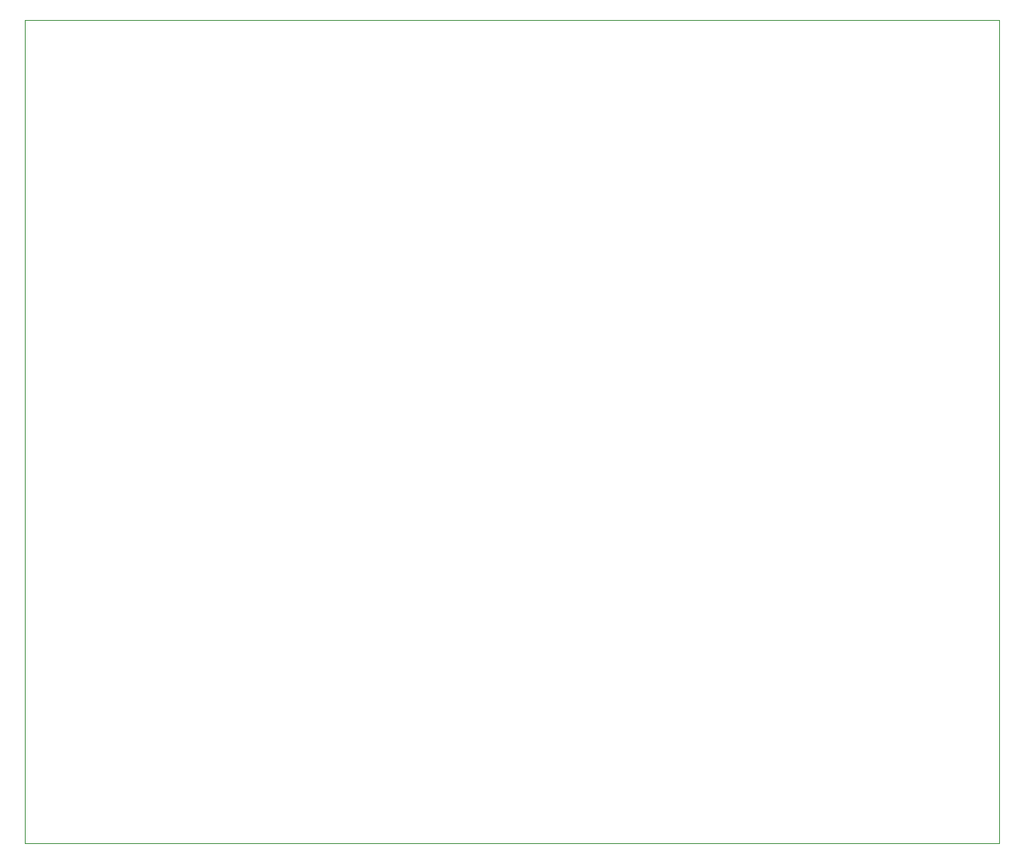
<source format=gbr>
%TF.GenerationSoftware,KiCad,Pcbnew,8.0.2*%
%TF.CreationDate,2024-12-10T14:01:01+01:00*%
%TF.ProjectId,energie,656e6572-6769-4652-9e6b-696361645f70,rev?*%
%TF.SameCoordinates,Original*%
%TF.FileFunction,Profile,NP*%
%FSLAX46Y46*%
G04 Gerber Fmt 4.6, Leading zero omitted, Abs format (unit mm)*
G04 Created by KiCad (PCBNEW 8.0.2) date 2024-12-10 14:01:01*
%MOMM*%
%LPD*%
G01*
G04 APERTURE LIST*
%TA.AperFunction,Profile*%
%ADD10C,0.050000*%
%TD*%
G04 APERTURE END LIST*
D10*
X75700000Y-50800000D02*
X178700000Y-50800000D01*
X178700000Y-137800000D01*
X75700000Y-137800000D01*
X75700000Y-50800000D01*
M02*

</source>
